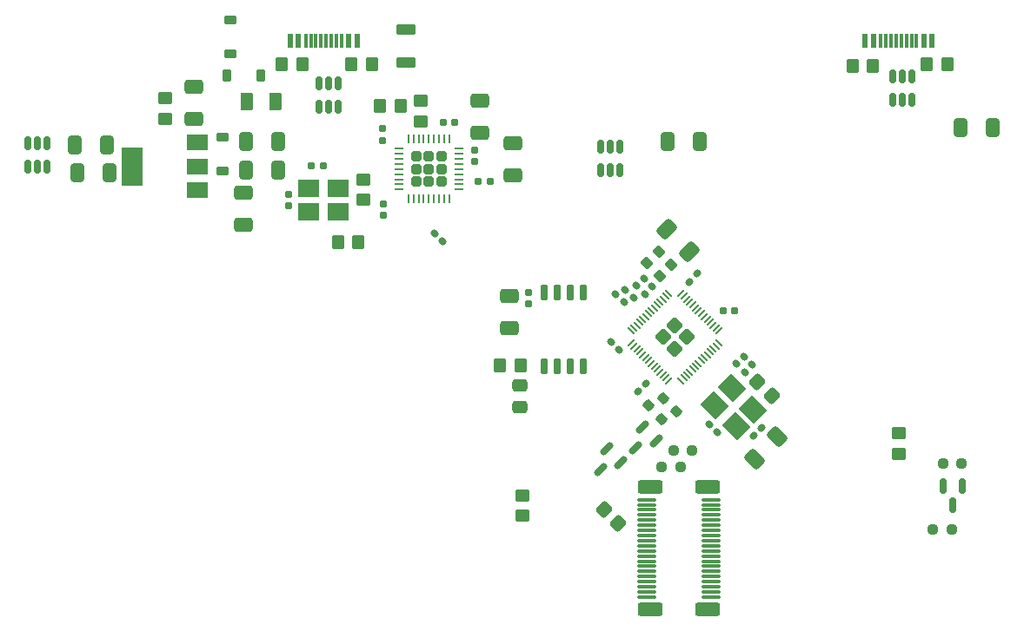
<source format=gbr>
%TF.GenerationSoftware,KiCad,Pcbnew,7.0.10*%
%TF.CreationDate,2024-01-15T00:01:57-05:00*%
%TF.ProjectId,Thinkpad-USB-keyboard-PCB,5468696e-6b70-4616-942d-5553422d6b65,rev?*%
%TF.SameCoordinates,Original*%
%TF.FileFunction,Paste,Top*%
%TF.FilePolarity,Positive*%
%FSLAX46Y46*%
G04 Gerber Fmt 4.6, Leading zero omitted, Abs format (unit mm)*
G04 Created by KiCad (PCBNEW 7.0.10) date 2024-01-15 00:01:57*
%MOMM*%
%LPD*%
G01*
G04 APERTURE LIST*
G04 Aperture macros list*
%AMRoundRect*
0 Rectangle with rounded corners*
0 $1 Rounding radius*
0 $2 $3 $4 $5 $6 $7 $8 $9 X,Y pos of 4 corners*
0 Add a 4 corners polygon primitive as box body*
4,1,4,$2,$3,$4,$5,$6,$7,$8,$9,$2,$3,0*
0 Add four circle primitives for the rounded corners*
1,1,$1+$1,$2,$3*
1,1,$1+$1,$4,$5*
1,1,$1+$1,$6,$7*
1,1,$1+$1,$8,$9*
0 Add four rect primitives between the rounded corners*
20,1,$1+$1,$2,$3,$4,$5,0*
20,1,$1+$1,$4,$5,$6,$7,0*
20,1,$1+$1,$6,$7,$8,$9,0*
20,1,$1+$1,$8,$9,$2,$3,0*%
%AMRotRect*
0 Rectangle, with rotation*
0 The origin of the aperture is its center*
0 $1 length*
0 $2 width*
0 $3 Rotation angle, in degrees counterclockwise*
0 Add horizontal line*
21,1,$1,$2,0,0,$3*%
G04 Aperture macros list end*
%ADD10RoundRect,0.250000X0.450000X-0.350000X0.450000X0.350000X-0.450000X0.350000X-0.450000X-0.350000X0*%
%ADD11RoundRect,0.250000X0.167938X-0.751301X0.751301X-0.167938X-0.167938X0.751301X-0.751301X0.167938X0*%
%ADD12RoundRect,0.155000X0.259862X-0.040659X-0.040659X0.259862X-0.259862X0.040659X0.040659X-0.259862X0*%
%ADD13RoundRect,0.250000X0.751301X0.167938X0.167938X0.751301X-0.751301X-0.167938X-0.167938X-0.751301X0*%
%ADD14RoundRect,0.250000X0.412500X0.650000X-0.412500X0.650000X-0.412500X-0.650000X0.412500X-0.650000X0*%
%ADD15RoundRect,0.150000X0.150000X-0.512500X0.150000X0.512500X-0.150000X0.512500X-0.150000X-0.512500X0*%
%ADD16RoundRect,0.155000X0.155000X-0.212500X0.155000X0.212500X-0.155000X0.212500X-0.155000X-0.212500X0*%
%ADD17RoundRect,0.250000X0.700000X-0.275000X0.700000X0.275000X-0.700000X0.275000X-0.700000X-0.275000X0*%
%ADD18RoundRect,0.150000X-0.150000X0.587500X-0.150000X-0.587500X0.150000X-0.587500X0.150000X0.587500X0*%
%ADD19RoundRect,0.237500X-0.344715X0.008839X0.008839X-0.344715X0.344715X-0.008839X-0.008839X0.344715X0*%
%ADD20RoundRect,0.237500X-0.250000X-0.237500X0.250000X-0.237500X0.250000X0.237500X-0.250000X0.237500X0*%
%ADD21RoundRect,0.250000X0.565685X0.070711X0.070711X0.565685X-0.565685X-0.070711X-0.070711X-0.565685X0*%
%ADD22RoundRect,0.250000X-0.350000X-0.450000X0.350000X-0.450000X0.350000X0.450000X-0.350000X0.450000X0*%
%ADD23RoundRect,0.250000X-0.650000X0.412500X-0.650000X-0.412500X0.650000X-0.412500X0.650000X0.412500X0*%
%ADD24R,0.600000X1.450000*%
%ADD25R,0.300000X1.450000*%
%ADD26RoundRect,0.250000X-0.412500X-0.650000X0.412500X-0.650000X0.412500X0.650000X-0.412500X0.650000X0*%
%ADD27RoundRect,0.150000X-0.150000X0.512500X-0.150000X-0.512500X0.150000X-0.512500X0.150000X0.512500X0*%
%ADD28RoundRect,0.155000X-0.259862X0.040659X0.040659X-0.259862X0.259862X-0.040659X-0.040659X0.259862X0*%
%ADD29RoundRect,0.155000X-0.040659X-0.259862X0.259862X0.040659X0.040659X0.259862X-0.259862X-0.040659X0*%
%ADD30RoundRect,0.250000X0.350000X0.450000X-0.350000X0.450000X-0.350000X-0.450000X0.350000X-0.450000X0*%
%ADD31RoundRect,0.225000X-0.225000X-0.375000X0.225000X-0.375000X0.225000X0.375000X-0.225000X0.375000X0*%
%ADD32RoundRect,0.225000X-0.375000X0.225000X-0.375000X-0.225000X0.375000X-0.225000X0.375000X0.225000X0*%
%ADD33R,2.000000X1.500000*%
%ADD34R,2.000000X3.800000*%
%ADD35RoundRect,0.237500X0.380070X-0.044194X-0.044194X0.380070X-0.380070X0.044194X0.044194X-0.380070X0*%
%ADD36RoundRect,0.247500X0.247500X-0.247500X0.247500X0.247500X-0.247500X0.247500X-0.247500X-0.247500X0*%
%ADD37RoundRect,0.062500X0.062500X-0.350000X0.062500X0.350000X-0.062500X0.350000X-0.062500X-0.350000X0*%
%ADD38RoundRect,0.062500X0.350000X-0.062500X0.350000X0.062500X-0.350000X0.062500X-0.350000X-0.062500X0*%
%ADD39R,2.100000X1.800000*%
%ADD40RoundRect,0.155000X-0.212500X-0.155000X0.212500X-0.155000X0.212500X0.155000X-0.212500X0.155000X0*%
%ADD41RoundRect,0.155000X-0.155000X0.212500X-0.155000X-0.212500X0.155000X-0.212500X0.155000X0.212500X0*%
%ADD42RoundRect,0.250000X0.375000X0.625000X-0.375000X0.625000X-0.375000X-0.625000X0.375000X-0.625000X0*%
%ADD43RoundRect,0.150000X0.309359X0.521491X-0.521491X-0.309359X-0.309359X-0.521491X0.521491X0.309359X0*%
%ADD44RoundRect,0.155000X0.040659X0.259862X-0.259862X-0.040659X-0.040659X-0.259862X0.259862X0.040659X0*%
%ADD45RotRect,2.100000X1.800000X135.000000*%
%ADD46RoundRect,0.250000X-0.475000X0.337500X-0.475000X-0.337500X0.475000X-0.337500X0.475000X0.337500X0*%
%ADD47RoundRect,0.150000X0.150000X-0.650000X0.150000X0.650000X-0.150000X0.650000X-0.150000X-0.650000X0*%
%ADD48RoundRect,0.237500X0.250000X0.237500X-0.250000X0.237500X-0.250000X-0.237500X0.250000X-0.237500X0*%
%ADD49RoundRect,0.249999X0.000000X-0.558616X0.558616X0.000000X0.000000X0.558616X-0.558616X0.000000X0*%
%ADD50RoundRect,0.050000X-0.238649X-0.309359X0.309359X0.238649X0.238649X0.309359X-0.309359X-0.238649X0*%
%ADD51RoundRect,0.050000X0.238649X-0.309359X0.309359X-0.238649X-0.238649X0.309359X-0.309359X0.238649X0*%
%ADD52RoundRect,0.075000X-0.825000X-0.075000X0.825000X-0.075000X0.825000X0.075000X-0.825000X0.075000X0*%
%ADD53RoundRect,0.200000X-1.000000X-0.450000X1.000000X-0.450000X1.000000X0.450000X-1.000000X0.450000X0*%
%ADD54RoundRect,0.250000X-0.450000X0.350000X-0.450000X-0.350000X0.450000X-0.350000X0.450000X0.350000X0*%
G04 APERTURE END LIST*
D10*
%TO.C,R19*%
X3900000Y-19000000D03*
X3900000Y-17000000D03*
%TD*%
D11*
%TO.C,C34*%
X41985146Y-44284854D03*
X44194854Y-42075146D03*
%TD*%
D10*
%TO.C,R18*%
X19390000Y-49820000D03*
X19390000Y-47820000D03*
%TD*%
D12*
%TO.C,C31*%
X28791283Y-33646126D03*
X27988717Y-32843560D03*
%TD*%
D13*
%TO.C,C25*%
X35604854Y-24104854D03*
X33395146Y-21895146D03*
%TD*%
D14*
%TO.C,C18*%
X-21142500Y-13670000D03*
X-24267500Y-13670000D03*
%TD*%
D15*
%TO.C,U4*%
X55420000Y-9235000D03*
X56370000Y-9235000D03*
X57320000Y-9235000D03*
X57320000Y-6960000D03*
X56370000Y-6960000D03*
X55420000Y-6960000D03*
%TD*%
D16*
%TO.C,C7*%
X14710000Y-15297500D03*
X14710000Y-14162500D03*
%TD*%
D17*
%TO.C,L1*%
X8000000Y-5575000D03*
X8000000Y-2425000D03*
%TD*%
D18*
%TO.C,Q3*%
X62210000Y-46922500D03*
X60310000Y-46922500D03*
X61260000Y-48797500D03*
%TD*%
D19*
%TO.C,R4*%
X33044765Y-38354765D03*
X34335235Y-39645235D03*
%TD*%
D20*
%TO.C,R21*%
X34067500Y-43484843D03*
X35892500Y-43484843D03*
%TD*%
D10*
%TO.C,R12*%
X-15400000Y-11100000D03*
X-15400000Y-9100000D03*
%TD*%
D21*
%TO.C,R10*%
X28707107Y-50607107D03*
X27292893Y-49192893D03*
%TD*%
D12*
%TO.C,C11*%
X30190000Y-28554843D03*
X29387434Y-27752277D03*
%TD*%
D22*
%TO.C,R6*%
X5475000Y-9825000D03*
X7475000Y-9825000D03*
%TD*%
D23*
%TO.C,C15*%
X-7810000Y-18337500D03*
X-7810000Y-21462500D03*
%TD*%
D24*
%TO.C,J7*%
X59250000Y-3485000D03*
X58450000Y-3485000D03*
D25*
X57250000Y-3485000D03*
X56250000Y-3485000D03*
X55750000Y-3485000D03*
X54750000Y-3485000D03*
D24*
X53550000Y-3485000D03*
X52750000Y-3485000D03*
X52750000Y-3485000D03*
X53550000Y-3485000D03*
D25*
X54250000Y-3485000D03*
X55250000Y-3485000D03*
X56750000Y-3485000D03*
X57750000Y-3485000D03*
D24*
X58450000Y-3485000D03*
X59250000Y-3485000D03*
%TD*%
D26*
%TO.C,C14*%
X-7592500Y-13310000D03*
X-4467500Y-13310000D03*
%TD*%
D27*
%TO.C,U10*%
X1450000Y-7662500D03*
X500000Y-7662500D03*
X-450000Y-7662500D03*
X-450000Y-9937500D03*
X500000Y-9937500D03*
X1450000Y-9937500D03*
%TD*%
D28*
%TO.C,C28*%
X40940290Y-34271987D03*
X41742856Y-35074553D03*
%TD*%
D14*
%TO.C,C17*%
X-20887500Y-16390000D03*
X-24012500Y-16390000D03*
%TD*%
D29*
%TO.C,C9*%
X41880290Y-42044553D03*
X42682856Y-41241987D03*
%TD*%
D14*
%TO.C,C33*%
X65157500Y-11975000D03*
X62032500Y-11975000D03*
%TD*%
D30*
%TO.C,R9*%
X53500000Y-5960000D03*
X51500000Y-5960000D03*
%TD*%
D31*
%TO.C,D1*%
X-9450000Y-6900000D03*
X-6150000Y-6900000D03*
%TD*%
D10*
%TO.C,R16*%
X56000000Y-43800000D03*
X56000000Y-41800000D03*
%TD*%
D23*
%TO.C,C19*%
X-12630000Y-8007500D03*
X-12630000Y-11132500D03*
%TD*%
D22*
%TO.C,R8*%
X58740000Y-5810000D03*
X60740000Y-5810000D03*
%TD*%
D32*
%TO.C,D4*%
X-9820000Y-12902500D03*
X-9820000Y-16202500D03*
%TD*%
D33*
%TO.C,U8*%
X-12340000Y-18030000D03*
X-12340000Y-15730000D03*
D34*
X-18640000Y-15730000D03*
D33*
X-12340000Y-13430000D03*
%TD*%
D35*
%TO.C,C29*%
X33873566Y-25318307D03*
X32653806Y-24098547D03*
%TD*%
D16*
%TO.C,C10*%
X5725000Y-13192500D03*
X5725000Y-12057500D03*
%TD*%
D28*
%TO.C,R13*%
X31198717Y-26673560D03*
X32001283Y-27476126D03*
%TD*%
D36*
%TO.C,U3*%
X9020000Y-17230000D03*
X10250000Y-17230000D03*
X11480000Y-17230000D03*
X9020000Y-16000000D03*
X10250000Y-16000000D03*
X11480000Y-16000000D03*
X9020000Y-14770000D03*
X10250000Y-14770000D03*
X11480000Y-14770000D03*
D37*
X8250000Y-18937500D03*
X8750000Y-18937500D03*
X9250000Y-18937500D03*
X9750000Y-18937500D03*
X10250000Y-18937500D03*
X10750000Y-18937500D03*
X11250000Y-18937500D03*
X11750000Y-18937500D03*
X12250000Y-18937500D03*
D38*
X13187500Y-18000000D03*
X13187500Y-17500000D03*
X13187500Y-17000000D03*
X13187500Y-16500000D03*
X13187500Y-16000000D03*
X13187500Y-15500000D03*
X13187500Y-15000000D03*
X13187500Y-14500000D03*
X13187500Y-14000000D03*
D37*
X12250000Y-13062500D03*
X11750000Y-13062500D03*
X11250000Y-13062500D03*
X10750000Y-13062500D03*
X10250000Y-13062500D03*
X9750000Y-13062500D03*
X9250000Y-13062500D03*
X8750000Y-13062500D03*
X8250000Y-13062500D03*
D38*
X7312500Y-14000000D03*
X7312500Y-14500000D03*
X7312500Y-15000000D03*
X7312500Y-15500000D03*
X7312500Y-16000000D03*
X7312500Y-16500000D03*
X7312500Y-17000000D03*
X7312500Y-17500000D03*
X7312500Y-18000000D03*
%TD*%
D39*
%TO.C,Y1*%
X-1450000Y-20150000D03*
X1450000Y-20150000D03*
X1450000Y-17850000D03*
X-1450000Y-17850000D03*
%TD*%
D40*
%TO.C,C8*%
X15062500Y-17250000D03*
X16197500Y-17250000D03*
%TD*%
D28*
%TO.C,C13*%
X10768717Y-22268717D03*
X11571283Y-23071283D03*
%TD*%
D41*
%TO.C,C6*%
X5775000Y-19382500D03*
X5775000Y-20517500D03*
%TD*%
D42*
%TO.C,F1*%
X-4700000Y-9460000D03*
X-7500000Y-9460000D03*
%TD*%
D22*
%TO.C,R5*%
X1400000Y-23100000D03*
X3400000Y-23100000D03*
%TD*%
D43*
%TO.C,Q2*%
X28940000Y-44634843D03*
X27596497Y-43291340D03*
X26942423Y-45288917D03*
%TD*%
D44*
%TO.C,C23*%
X31381283Y-36898717D03*
X30578717Y-37701283D03*
%TD*%
D45*
%TO.C,Y2*%
X41790051Y-39445402D03*
X39739441Y-37394792D03*
X38113095Y-39021138D03*
X40163705Y-41071748D03*
%TD*%
D46*
%TO.C,R17*%
X19100000Y-37115000D03*
X19100000Y-39190000D03*
%TD*%
D28*
%TO.C,C24*%
X40220290Y-34991987D03*
X41022856Y-35794553D03*
%TD*%
D22*
%TO.C,R15*%
X17200000Y-35190000D03*
X19200000Y-35190000D03*
%TD*%
D32*
%TO.C,D3*%
X-9100000Y-1450000D03*
X-9100000Y-4750000D03*
%TD*%
D21*
%TO.C,R14*%
X43668680Y-38150377D03*
X42254466Y-36736163D03*
%TD*%
D47*
%TO.C,U6*%
X21475000Y-35214843D03*
X22745000Y-35214843D03*
X24015000Y-35214843D03*
X25285000Y-35214843D03*
X25285000Y-28014843D03*
X24015000Y-28014843D03*
X22745000Y-28014843D03*
X21475000Y-28014843D03*
%TD*%
D26*
%TO.C,C16*%
X-7552500Y-16140000D03*
X-4427500Y-16140000D03*
%TD*%
D23*
%TO.C,C1*%
X15200000Y-9362500D03*
X15200000Y-12487500D03*
%TD*%
D40*
%TO.C,C12*%
X11657500Y-11475000D03*
X12792500Y-11475000D03*
%TD*%
D48*
%TO.C,R23*%
X61180000Y-51130000D03*
X59355000Y-51130000D03*
%TD*%
D40*
%TO.C,C30*%
X38912500Y-29824843D03*
X40047500Y-29824843D03*
%TD*%
D24*
%TO.C,J1*%
X3250000Y-3485000D03*
X2450000Y-3485000D03*
D25*
X1250000Y-3485000D03*
X250000Y-3485000D03*
X-250000Y-3485000D03*
X-1250000Y-3485000D03*
D24*
X-2450000Y-3485000D03*
X-3250000Y-3485000D03*
X-3250000Y-3485000D03*
X-2450000Y-3485000D03*
D25*
X-1750000Y-3485000D03*
X-750000Y-3485000D03*
X750000Y-3485000D03*
X1750000Y-3485000D03*
D24*
X2450000Y-3485000D03*
X3250000Y-3485000D03*
%TD*%
D30*
%TO.C,R2*%
X-2080000Y-5750000D03*
X-4080000Y-5750000D03*
%TD*%
D12*
%TO.C,C27*%
X29240000Y-29004843D03*
X28437434Y-28202277D03*
%TD*%
D49*
%TO.C,U2*%
X33082315Y-32389798D03*
X34213686Y-33521169D03*
X34213686Y-31258427D03*
X35345057Y-32389798D03*
D50*
X29944529Y-32982000D03*
X30227372Y-33264843D03*
X30510214Y-33547685D03*
X30793057Y-33830528D03*
X31075900Y-34113371D03*
X31358742Y-34396213D03*
X31641585Y-34679056D03*
X31924428Y-34961899D03*
X32207271Y-35244742D03*
X32490113Y-35527584D03*
X32772956Y-35810427D03*
X33055799Y-36093270D03*
X33338641Y-36376112D03*
X33621484Y-36658955D03*
D51*
X34805888Y-36658955D03*
X35088731Y-36376112D03*
X35371573Y-36093270D03*
X35654416Y-35810427D03*
X35937259Y-35527584D03*
X36220101Y-35244742D03*
X36502944Y-34961899D03*
X36785787Y-34679056D03*
X37068630Y-34396213D03*
X37351472Y-34113371D03*
X37634315Y-33830528D03*
X37917158Y-33547685D03*
X38200000Y-33264843D03*
X38482843Y-32982000D03*
D50*
X38482843Y-31797596D03*
X38200000Y-31514753D03*
X37917158Y-31231911D03*
X37634315Y-30949068D03*
X37351472Y-30666225D03*
X37068630Y-30383383D03*
X36785787Y-30100540D03*
X36502944Y-29817697D03*
X36220101Y-29534854D03*
X35937259Y-29252012D03*
X35654416Y-28969169D03*
X35371573Y-28686326D03*
X35088731Y-28403484D03*
X34805888Y-28120641D03*
D51*
X33621484Y-28120641D03*
X33338641Y-28403484D03*
X33055799Y-28686326D03*
X32772956Y-28969169D03*
X32490113Y-29252012D03*
X32207271Y-29534854D03*
X31924428Y-29817697D03*
X31641585Y-30100540D03*
X31358742Y-30383383D03*
X31075900Y-30666225D03*
X30793057Y-30949068D03*
X30510214Y-31231911D03*
X30227372Y-31514753D03*
X29944529Y-31797596D03*
%TD*%
D20*
%TO.C,R22*%
X60320000Y-44730000D03*
X62145000Y-44730000D03*
%TD*%
D40*
%TO.C,C4*%
X-1192500Y-15725000D03*
X-57500Y-15725000D03*
%TD*%
D23*
%TO.C,C32*%
X18120000Y-28425000D03*
X18120000Y-31550000D03*
%TD*%
D41*
%TO.C,C26*%
X19930000Y-28017343D03*
X19930000Y-29152343D03*
%TD*%
%TO.C,C3*%
X-3380000Y-18482500D03*
X-3380000Y-19617500D03*
%TD*%
D15*
%TO.C,U5*%
X26950000Y-16075000D03*
X27900000Y-16075000D03*
X28850000Y-16075000D03*
X28850000Y-13800000D03*
X27900000Y-13800000D03*
X26950000Y-13800000D03*
%TD*%
D19*
%TO.C,R20*%
X31650000Y-39084843D03*
X32940470Y-40375313D03*
%TD*%
D14*
%TO.C,C20*%
X36637500Y-13350000D03*
X33512500Y-13350000D03*
%TD*%
D52*
%TO.C,J6*%
X31500000Y-57750000D03*
X37700000Y-57750000D03*
X31500000Y-57250000D03*
X37700000Y-57250000D03*
X31500000Y-56750000D03*
X37700000Y-56750000D03*
X31500000Y-56250000D03*
X37700000Y-56250000D03*
X31500000Y-55750000D03*
X37700000Y-55750000D03*
X31500000Y-55250000D03*
X37700000Y-55250000D03*
X31500000Y-54750000D03*
X37700000Y-54750000D03*
X31500000Y-54250000D03*
X37700000Y-54250000D03*
X31500000Y-53750000D03*
X37700000Y-53750000D03*
X31500000Y-53250000D03*
X37700000Y-53250000D03*
X31500000Y-52750000D03*
X37700000Y-52750000D03*
X31500000Y-52250000D03*
X37700000Y-52250000D03*
X31500000Y-51750000D03*
X37700000Y-51750000D03*
X31500000Y-51250000D03*
X37700000Y-51250000D03*
X31500000Y-50750000D03*
X37700000Y-50750000D03*
X31500000Y-50250000D03*
X37700000Y-50250000D03*
X31500000Y-49750000D03*
X37700000Y-49750000D03*
X31500000Y-49250000D03*
X37700000Y-49250000D03*
X31500000Y-48750000D03*
X37700000Y-48750000D03*
X31500000Y-48250000D03*
X37700000Y-48250000D03*
D53*
X31800000Y-47050000D03*
X31800000Y-58950000D03*
X37400000Y-47050000D03*
X37400000Y-58950000D03*
%TD*%
D20*
%TO.C,R11*%
X32937500Y-45084843D03*
X34762500Y-45084843D03*
%TD*%
D29*
%TO.C,C22*%
X35578717Y-26996126D03*
X36381283Y-26193560D03*
%TD*%
D35*
%TO.C,C21*%
X32723566Y-26418307D03*
X31503806Y-25198547D03*
%TD*%
D22*
%TO.C,R1*%
X2700000Y-5750000D03*
X4700000Y-5750000D03*
%TD*%
D15*
%TO.C,U1*%
X-28850000Y-15737500D03*
X-27900000Y-15737500D03*
X-26950000Y-15737500D03*
X-26950000Y-13462500D03*
X-27900000Y-13462500D03*
X-28850000Y-13462500D03*
%TD*%
D28*
%TO.C,R3*%
X30488717Y-27393560D03*
X31291283Y-28196126D03*
%TD*%
D43*
%TO.C,Q1*%
X32404664Y-42513682D03*
X31061161Y-41170179D03*
X30407087Y-43167756D03*
%TD*%
D12*
%TO.C,C5*%
X38344139Y-41695836D03*
X37541573Y-40893270D03*
%TD*%
D23*
%TO.C,C2*%
X18430000Y-13477500D03*
X18430000Y-16602500D03*
%TD*%
D54*
%TO.C,R7*%
X9450000Y-9350000D03*
X9450000Y-11350000D03*
%TD*%
M02*

</source>
